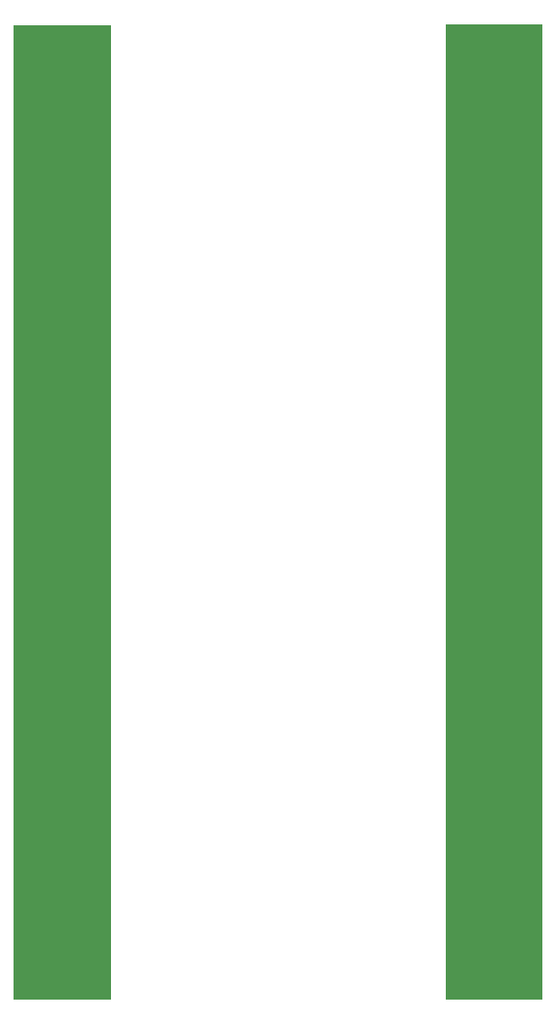
<source format=gbr>
%TF.GenerationSoftware,KiCad,Pcbnew,8.0.5-8.0.5-0~ubuntu24.04.1*%
%TF.CreationDate,2024-10-05T16:37:18-07:00*%
%TF.ProjectId,interconnect,696e7465-7263-46f6-9e6e-6563742e6b69,rev?*%
%TF.SameCoordinates,Original*%
%TF.FileFunction,Soldermask,Top*%
%TF.FilePolarity,Negative*%
%FSLAX46Y46*%
G04 Gerber Fmt 4.6, Leading zero omitted, Abs format (unit mm)*
G04 Created by KiCad (PCBNEW 8.0.5-8.0.5-0~ubuntu24.04.1) date 2024-10-05 16:37:18*
%MOMM*%
%LPD*%
G01*
G04 APERTURE LIST*
G04 Aperture macros list*
%AMRoundRect*
0 Rectangle with rounded corners*
0 $1 Rounding radius*
0 $2 $3 $4 $5 $6 $7 $8 $9 X,Y pos of 4 corners*
0 Add a 4 corners polygon primitive as box body*
4,1,4,$2,$3,$4,$5,$6,$7,$8,$9,$2,$3,0*
0 Add four circle primitives for the rounded corners*
1,1,$1+$1,$2,$3*
1,1,$1+$1,$4,$5*
1,1,$1+$1,$6,$7*
1,1,$1+$1,$8,$9*
0 Add four rect primitives between the rounded corners*
20,1,$1+$1,$2,$3,$4,$5,0*
20,1,$1+$1,$4,$5,$6,$7,0*
20,1,$1+$1,$6,$7,$8,$9,0*
20,1,$1+$1,$8,$9,$2,$3,0*%
G04 Aperture macros list end*
%ADD10C,0.100000*%
%ADD11RoundRect,0.500000X-3.500000X-0.500000X3.500000X-0.500000X3.500000X0.500000X-3.500000X0.500000X0*%
G04 APERTURE END LIST*
%TO.C,J2*%
D10*
X145540000Y-54310000D02*
X154540000Y-54310000D01*
X154540000Y-145650000D01*
X145540000Y-145650000D01*
X145540000Y-54310000D01*
G36*
X145540000Y-54310000D02*
G01*
X154540000Y-54310000D01*
X154540000Y-145650000D01*
X145540000Y-145650000D01*
X145540000Y-54310000D01*
G37*
%TO.C,J1*%
X105030000Y-54360000D02*
X114030000Y-54360000D01*
X114030000Y-145700000D01*
X105030000Y-145700000D01*
X105030000Y-54360000D01*
G36*
X105030000Y-54360000D02*
G01*
X114030000Y-54360000D01*
X114030000Y-145700000D01*
X105030000Y-145700000D01*
X105030000Y-54360000D01*
G37*
%TD*%
D11*
%TO.C,J2*%
X150390000Y-58410000D03*
X150390000Y-62360000D03*
X150390000Y-66330000D03*
X150390000Y-70290000D03*
X150390000Y-74250000D03*
X150390000Y-78210000D03*
X150390000Y-82160000D03*
X150390000Y-86130000D03*
X150390000Y-90090000D03*
X150390000Y-94050000D03*
X150390000Y-98010000D03*
X150390000Y-101970000D03*
X150390000Y-105930000D03*
X150390000Y-109890000D03*
X150390000Y-113850000D03*
X150390000Y-117810000D03*
X150390000Y-121770000D03*
X150390000Y-125730000D03*
X150390000Y-129690000D03*
X150390000Y-133650000D03*
X150390000Y-137610000D03*
X150390000Y-141560000D03*
X150390000Y-58410000D03*
X150390000Y-62360000D03*
X150390000Y-66330000D03*
X150390000Y-70290000D03*
X150390000Y-74250000D03*
X150390000Y-78210000D03*
X150390000Y-82160000D03*
X150390000Y-86130000D03*
X150390000Y-90090000D03*
X150390000Y-94050000D03*
X150390000Y-98010000D03*
X150390000Y-101970000D03*
X150390000Y-105930000D03*
X150390000Y-109890000D03*
X150390000Y-113850000D03*
X150390000Y-117810000D03*
X150390000Y-121770000D03*
X150390000Y-125730000D03*
X150390000Y-129690000D03*
X150390000Y-133650000D03*
X150390000Y-137610000D03*
X150390000Y-141560000D03*
%TD*%
%TO.C,J1*%
X109180000Y-58510000D03*
X109180000Y-62460000D03*
X109180000Y-66430000D03*
X109180000Y-70390000D03*
X109180000Y-74350000D03*
X109180000Y-78310000D03*
X109180000Y-82260000D03*
X109180000Y-86230000D03*
X109180000Y-90190000D03*
X109180000Y-94150000D03*
X109180000Y-98110000D03*
X109180000Y-102070000D03*
X109180000Y-106030000D03*
X109180000Y-109990000D03*
X109180000Y-113950000D03*
X109180000Y-117910000D03*
X109180000Y-121870000D03*
X109180000Y-125830000D03*
X109180000Y-129790000D03*
X109180000Y-133750000D03*
X109180000Y-137710000D03*
X109180000Y-141660000D03*
X109180000Y-58510000D03*
X109180000Y-62460000D03*
X109180000Y-66430000D03*
X109180000Y-70390000D03*
X109180000Y-74350000D03*
X109180000Y-78310000D03*
X109180000Y-82260000D03*
X109180000Y-86230000D03*
X109180000Y-90190000D03*
X109180000Y-94150000D03*
X109180000Y-98110000D03*
X109180000Y-102070000D03*
X109180000Y-106030000D03*
X109180000Y-109990000D03*
X109180000Y-113950000D03*
X109180000Y-117910000D03*
X109180000Y-121870000D03*
X109180000Y-125830000D03*
X109180000Y-129790000D03*
X109180000Y-133750000D03*
X109180000Y-137710000D03*
X109180000Y-141660000D03*
%TD*%
M02*

</source>
